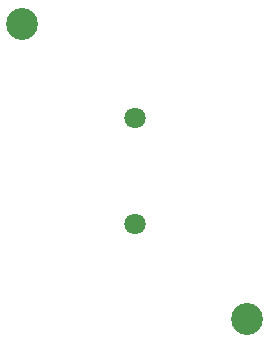
<source format=gbr>
%TF.GenerationSoftware,KiCad,Pcbnew,8.0.5*%
%TF.CreationDate,2024-09-12T13:16:43+03:00*%
%TF.ProjectId,Tactile Power Switch,54616374-696c-4652-9050-6f7765722053,rev?*%
%TF.SameCoordinates,Original*%
%TF.FileFunction,NonPlated,1,2,NPTH,Drill*%
%TF.FilePolarity,Positive*%
%FSLAX46Y46*%
G04 Gerber Fmt 4.6, Leading zero omitted, Abs format (unit mm)*
G04 Created by KiCad (PCBNEW 8.0.5) date 2024-09-12 13:16:43*
%MOMM*%
%LPD*%
G01*
G04 APERTURE LIST*
%TA.AperFunction,ComponentDrill*%
%ADD10C,1.800000*%
%TD*%
%TA.AperFunction,ComponentDrill*%
%ADD11C,2.700000*%
%TD*%
G04 APERTURE END LIST*
D10*
%TO.C,S1*%
X120000000Y-54499999D03*
X120000000Y-63500001D03*
D11*
%TO.C,H2*%
X110500000Y-46500000D03*
%TO.C,H1*%
X129500000Y-71500000D03*
M02*

</source>
